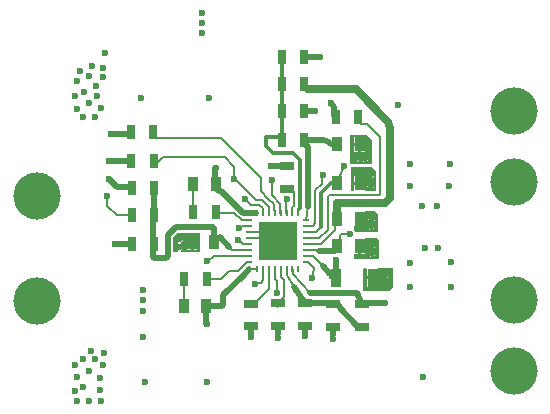
<source format=gbl>
G04*
G04 #@! TF.GenerationSoftware,Altium Limited,Altium Designer,23.3.1 (30)*
G04*
G04 Layer_Physical_Order=6*
G04 Layer_Color=16711680*
%FSLAX44Y44*%
%MOMM*%
G71*
G04*
G04 #@! TF.SameCoordinates,8D2347DA-786F-44A1-B396-5F802EE38B7C*
G04*
G04*
G04 #@! TF.FilePolarity,Positive*
G04*
G01*
G75*
%ADD10C,0.2000*%
%ADD22C,0.5000*%
%ADD23C,4.0000*%
%ADD24C,0.6000*%
%ADD30C,0.2000*%
%ADD31R,0.9000X1.6000*%
%ADD32R,3.3000X3.3000*%
%ADD33R,0.6000X0.2300*%
%ADD34R,0.2300X0.6000*%
%ADD35R,1.3000X0.7000*%
%ADD36R,0.7000X1.3000*%
%ADD37R,0.9000X1.3000*%
%ADD38C,0.3500*%
%ADD39C,0.7000*%
G36*
X330000Y336000D02*
Y315000D01*
X311000D01*
Y340000D01*
X326000D01*
X330000Y336000D01*
D02*
G37*
G36*
X333000Y309000D02*
Y292500D01*
X325270D01*
X324000Y292500D01*
X324000Y293770D01*
Y297730D01*
X315000D01*
X315000Y292500D01*
X313730Y292500D01*
X312000D01*
Y313000D01*
X329000D01*
X333000Y309000D01*
D02*
G37*
G36*
X335000Y272250D02*
Y258000D01*
X315583D01*
X315239Y258832D01*
X314750Y259321D01*
Y261334D01*
X315000Y262500D01*
X318230D01*
Y269000D01*
X319500D01*
Y270270D01*
X324000D01*
Y275250D01*
X332000D01*
X335000Y272250D01*
D02*
G37*
G36*
X184000Y241000D02*
X168251D01*
X167999Y242270D01*
X168449Y242457D01*
X169293Y243301D01*
X169471Y243730D01*
X164029D01*
X164207Y243301D01*
X165051Y242457D01*
X165501Y242270D01*
X165249Y241000D01*
X161750D01*
Y253261D01*
X165489Y257000D01*
X184000D01*
Y241000D01*
D02*
G37*
G36*
X335500Y251250D02*
Y234750D01*
X315000D01*
Y239500D01*
X318230D01*
Y246000D01*
X319500D01*
Y247270D01*
X324000D01*
Y252500D01*
X325270Y252500D01*
X334250D01*
X335500Y251250D01*
D02*
G37*
G36*
X347250Y210500D02*
X344500Y207750D01*
X322250D01*
Y226396D01*
X324000Y226924D01*
X326000Y226044D01*
Y220270D01*
X335000D01*
X335000Y227000D01*
X337000Y227000D01*
X347250D01*
Y210500D01*
D02*
G37*
%LPC*%
G36*
X324000Y338500D02*
X320770D01*
Y333270D01*
X324000D01*
Y338500D01*
D02*
G37*
G36*
X318230D02*
X315000D01*
Y333270D01*
X318230D01*
Y338500D01*
D02*
G37*
G36*
X324000Y330730D02*
X320770D01*
Y325500D01*
X324000D01*
Y330730D01*
D02*
G37*
G36*
X318230D02*
X315000D01*
Y325500D01*
X318230D01*
Y330730D01*
D02*
G37*
G36*
X325270Y322721D02*
Y321270D01*
X326721D01*
X326543Y321699D01*
X325699Y322543D01*
X325270Y322721D01*
D02*
G37*
G36*
X322730D02*
X322301Y322543D01*
X321457Y321699D01*
X321279Y321270D01*
X322730D01*
Y322721D01*
D02*
G37*
G36*
X317270D02*
Y321270D01*
X318721D01*
X318543Y321699D01*
X317699Y322543D01*
X317270Y322721D01*
D02*
G37*
G36*
X314730D02*
X314301Y322543D01*
X313457Y321699D01*
X313279Y321270D01*
X314730D01*
Y322721D01*
D02*
G37*
G36*
X326721Y318730D02*
X325270D01*
Y317279D01*
X325699Y317457D01*
X326543Y318301D01*
X326721Y318730D01*
D02*
G37*
G36*
X322730D02*
X321279D01*
X321457Y318301D01*
X322301Y317457D01*
X322730Y317279D01*
Y318730D01*
D02*
G37*
G36*
X318721D02*
X317270D01*
Y317279D01*
X317699Y317457D01*
X318543Y318301D01*
X318721Y318730D01*
D02*
G37*
G36*
X314730D02*
X313279D01*
X313457Y318301D01*
X314301Y317457D01*
X314730Y317279D01*
Y318730D01*
D02*
G37*
G36*
X329927Y309176D02*
Y307725D01*
X331379D01*
X331201Y308154D01*
X330357Y308998D01*
X329927Y309176D01*
D02*
G37*
G36*
X327388D02*
X326958Y308998D01*
X326114Y308154D01*
X325936Y307725D01*
X327388D01*
Y309176D01*
D02*
G37*
G36*
X331379Y305185D02*
X329927D01*
Y303734D01*
X330357Y303912D01*
X331201Y304756D01*
X331379Y305185D01*
D02*
G37*
G36*
X327388D02*
X325936D01*
X326114Y304756D01*
X326958Y303912D01*
X327388Y303734D01*
Y305185D01*
D02*
G37*
G36*
X324000Y305500D02*
X320770D01*
Y300270D01*
X324000D01*
Y305500D01*
D02*
G37*
G36*
X318230D02*
X315000D01*
Y300270D01*
X318230D01*
Y305500D01*
D02*
G37*
G36*
X329893Y300361D02*
Y298910D01*
X331345D01*
X331167Y299339D01*
X330323Y300183D01*
X329893Y300361D01*
D02*
G37*
G36*
X327354D02*
X326924Y300183D01*
X326080Y299339D01*
X325902Y298910D01*
X327354D01*
Y300361D01*
D02*
G37*
G36*
X331345Y296370D02*
X329893D01*
Y294919D01*
X330323Y295097D01*
X331167Y295941D01*
X331345Y296370D01*
D02*
G37*
G36*
X327354D02*
X325902D01*
X326080Y295941D01*
X326924Y295097D01*
X327354Y294919D01*
Y296370D01*
D02*
G37*
G36*
X330770Y272721D02*
Y271270D01*
X332221D01*
X332043Y271699D01*
X331199Y272543D01*
X330770Y272721D01*
D02*
G37*
G36*
X328230D02*
X327801Y272543D01*
X326957Y271699D01*
X326779Y271270D01*
X328230D01*
Y272721D01*
D02*
G37*
G36*
X332221Y268730D02*
X330770D01*
Y267279D01*
X331199Y267457D01*
X332043Y268301D01*
X332221Y268730D01*
D02*
G37*
G36*
X328230D02*
X326779D01*
X326957Y268301D01*
X327801Y267457D01*
X328230Y267279D01*
Y268730D01*
D02*
G37*
G36*
X330520Y265221D02*
Y263770D01*
X331971D01*
X331793Y264199D01*
X330949Y265043D01*
X330520Y265221D01*
D02*
G37*
G36*
X327980D02*
X327551Y265043D01*
X326707Y264199D01*
X326529Y263770D01*
X327980D01*
Y265221D01*
D02*
G37*
G36*
X324000Y267730D02*
X320770D01*
Y262500D01*
X324000D01*
Y267730D01*
D02*
G37*
G36*
X331971Y261230D02*
X330520D01*
Y259779D01*
X330949Y259957D01*
X331793Y260801D01*
X331971Y261230D01*
D02*
G37*
G36*
X327980D02*
X326529D01*
X326707Y260801D01*
X327551Y259957D01*
X327980Y259779D01*
Y261230D01*
D02*
G37*
G36*
X168020Y254721D02*
Y253270D01*
X169471D01*
X169293Y253699D01*
X168449Y254543D01*
X168020Y254721D01*
D02*
G37*
G36*
X165480D02*
X165051Y254543D01*
X164207Y253699D01*
X164029Y253270D01*
X165480D01*
Y254721D01*
D02*
G37*
G36*
X182000Y255500D02*
X178770D01*
Y250270D01*
X182000D01*
Y255500D01*
D02*
G37*
G36*
X176230D02*
X173000D01*
Y250270D01*
X176230D01*
Y255500D01*
D02*
G37*
G36*
X169471Y250730D02*
X164029D01*
X164207Y250301D01*
X165051Y249457D01*
X165735Y249173D01*
Y247827D01*
X165051Y247543D01*
X164207Y246699D01*
X164029Y246270D01*
X169471D01*
X169293Y246699D01*
X168449Y247543D01*
X167765Y247827D01*
Y249173D01*
X168449Y249457D01*
X169293Y250301D01*
X169471Y250730D01*
D02*
G37*
G36*
X182000Y247730D02*
X178770D01*
Y242500D01*
X182000D01*
Y247730D01*
D02*
G37*
G36*
X176230D02*
X173000D01*
Y242500D01*
X176230D01*
Y247730D01*
D02*
G37*
G36*
X331270Y249721D02*
Y248270D01*
X332721D01*
X332543Y248699D01*
X331699Y249543D01*
X331270Y249721D01*
D02*
G37*
G36*
X328730D02*
X328301Y249543D01*
X327457Y248699D01*
X327279Y248270D01*
X328730D01*
Y249721D01*
D02*
G37*
G36*
X332721Y245730D02*
X331270D01*
Y244279D01*
X331699Y244457D01*
X332543Y245301D01*
X332721Y245730D01*
D02*
G37*
G36*
X328730D02*
X327279D01*
X327457Y245301D01*
X328301Y244457D01*
X328730Y244279D01*
Y245730D01*
D02*
G37*
G36*
X331409Y242358D02*
Y240907D01*
X332860D01*
X332683Y241336D01*
X331839Y242180D01*
X331409Y242358D01*
D02*
G37*
G36*
X328869D02*
X328440Y242180D01*
X327596Y241336D01*
X327418Y240907D01*
X328869D01*
Y242358D01*
D02*
G37*
G36*
X324000Y244730D02*
X320770D01*
Y239500D01*
X324000D01*
Y244730D01*
D02*
G37*
G36*
X332860Y238367D02*
X331409D01*
Y236916D01*
X331839Y237094D01*
X332683Y237938D01*
X332860Y238367D01*
D02*
G37*
G36*
X328869D02*
X327418D01*
X327596Y237938D01*
X328440Y237094D01*
X328869Y236916D01*
Y238367D01*
D02*
G37*
G36*
X342520Y223971D02*
Y222520D01*
X343971D01*
X343793Y222949D01*
X342949Y223793D01*
X342520Y223971D01*
D02*
G37*
G36*
X339980D02*
X339551Y223793D01*
X338707Y222949D01*
X338529Y222520D01*
X339980D01*
Y223971D01*
D02*
G37*
G36*
X343971Y219980D02*
X342520D01*
Y218529D01*
X342949Y218707D01*
X343793Y219551D01*
X343971Y219980D01*
D02*
G37*
G36*
X339980D02*
X338529D01*
X338707Y219551D01*
X339551Y218707D01*
X339980Y218529D01*
Y219980D01*
D02*
G37*
G36*
X335000Y217730D02*
X331770D01*
Y211000D01*
X335000D01*
Y217730D01*
D02*
G37*
G36*
X329230D02*
X326000D01*
Y211000D01*
X329230D01*
Y217730D01*
D02*
G37*
%LPD*%
D10*
X203252Y336414D02*
X203251Y336414D01*
X279500Y262500D02*
X282000Y265000D01*
Y293000D02*
X287757Y298757D01*
X282000Y265000D02*
Y293000D01*
X287757Y298757D02*
Y305757D01*
X274000Y267500D02*
X276000Y278500D01*
X303000Y248500D02*
Y254828D01*
X304172Y256000D02*
X311000D01*
X303000Y254828D02*
X304172Y256000D01*
X272500Y380000D02*
Y383000D01*
X245000Y289000D02*
X252350Y281650D01*
X105500Y280067D02*
X113817Y271750D01*
X105500Y280067D02*
Y288500D01*
X113817Y271750D02*
X126250D01*
X274000Y237500D02*
X279500D01*
X288172Y228828D01*
X274000Y242500D02*
X284500D01*
X285000Y242000D01*
X274000Y262500D02*
X279500D01*
X287757Y305757D02*
X288000Y306000D01*
X282650Y257650D02*
X287000Y262000D01*
X286500Y247500D02*
X298672Y259672D01*
X274000Y247500D02*
X286500D01*
X298672Y259672D02*
Y267172D01*
X274150Y252350D02*
X284751D01*
X293000Y259729D02*
Y287828D01*
X284751Y252350D02*
X285319Y252853D01*
X292414Y259144D02*
X293000Y259729D01*
X285319Y252853D02*
X292372Y259101D01*
X292414Y259144D01*
X293000Y287828D02*
X294172Y289000D01*
X335828D01*
X274150Y257650D02*
X282650D01*
X274000Y257500D02*
X274150Y257650D01*
X325328Y349500D02*
X336414Y338414D01*
X337000Y290172D02*
Y337828D01*
X336414Y338414D02*
X337000Y337828D01*
X335828Y289000D02*
X337000Y290172D01*
X298672Y267172D02*
X300500Y269000D01*
X272500Y333000D02*
Y336000D01*
X295328Y332172D02*
X295500Y332000D01*
X320500Y349500D02*
X325328D01*
X318000Y352000D02*
Y355000D01*
Y352000D02*
X320500Y349500D01*
X247500Y252500D02*
X250000Y250000D01*
X242500Y257500D02*
X247500Y252500D01*
X239000Y261000D02*
X242500Y257500D01*
X226000D02*
X242500D01*
X300000Y299500D02*
X306000Y314000D01*
X211500Y242500D02*
X226000D01*
X209000Y245000D02*
X211500Y242500D01*
X144500Y265000D02*
Y272000D01*
X196500Y249000D02*
X200750Y253250D01*
X196000Y237000D02*
X225850Y237350D01*
X226000Y237500D01*
X191082Y233000D02*
X196000Y237000D01*
X216657Y225000D02*
X224000Y232343D01*
X202000Y218000D02*
X209000Y225000D01*
X216657D01*
X190000Y218000D02*
X202000D01*
X224150Y232500D02*
X226000D01*
X224000Y232350D02*
X224150Y232500D01*
X224000Y232343D02*
Y232350D01*
X190000Y233000D02*
X191082D01*
X272500Y383000D02*
X273500Y382000D01*
X272500Y380000D02*
X275000Y377500D01*
X227000Y197000D02*
X230000D01*
X242500Y209500D02*
Y226000D01*
X230000Y197000D02*
X242500Y209500D01*
X274000Y252500D02*
X274150Y252350D01*
X257500Y221500D02*
X264000Y211000D01*
X257500Y221500D02*
Y226000D01*
X231000Y214000D02*
X231765Y214765D01*
X235523D02*
X237828Y217071D01*
Y222936D01*
X231765Y214765D02*
X235523D01*
X225850Y242350D02*
X226000Y242500D01*
X216000Y251000D02*
X217000D01*
X220500Y247500D01*
X226000D01*
X218082Y261000D02*
X219582Y262500D01*
X217000Y261000D02*
X218082D01*
X219582Y262500D02*
X226000D01*
X279765Y219765D02*
Y224115D01*
X279000Y219000D02*
X279765Y219765D01*
Y224115D02*
X281000Y225350D01*
Y227350D01*
X276000Y232350D02*
X281000Y227350D01*
X274150Y232350D02*
X276000D01*
X262500Y226000D02*
X262650Y225850D01*
Y222350D02*
Y225850D01*
Y222350D02*
X277000Y206000D01*
X252500Y219500D02*
X255000Y217000D01*
Y203000D02*
Y217000D01*
X252500Y219500D02*
Y226000D01*
X249235Y206235D02*
Y216265D01*
X249000Y206000D02*
X249235Y206235D01*
X247500Y218000D02*
X249235Y216265D01*
X247500Y218000D02*
Y226000D01*
X294500Y219000D02*
Y222500D01*
X213142Y274000D02*
X219492Y267650D01*
X225850D01*
X198500Y274000D02*
X213142D01*
X225850Y267650D02*
X226000Y267500D01*
X145500Y295000D02*
X145500Y295000D01*
X144500Y313000D02*
X152500Y321000D01*
X226000Y252500D02*
X247500D01*
X250000Y178000D02*
X250250Y178250D01*
X250000Y197500D02*
X255000Y203000D01*
X249000Y195500D02*
X250000Y194500D01*
X226000Y226000D02*
X232500D01*
X237650Y223114D02*
X237828Y222936D01*
X237650Y223114D02*
Y225850D01*
X321750Y197250D02*
X322500Y198000D01*
X246797Y276553D02*
Y281203D01*
X242000Y286000D02*
X246797Y281203D01*
Y276553D02*
X247500Y275850D01*
Y274000D02*
Y275850D01*
X252350Y274150D02*
Y281650D01*
X264000Y280043D02*
Y292000D01*
X262500Y274000D02*
Y278543D01*
X264000Y280043D01*
X259000Y294500D02*
X261500D01*
X264000Y292000D01*
X257350Y274150D02*
Y283650D01*
Y274150D02*
X257500Y274000D01*
X252350Y274150D02*
X252500Y274000D01*
X245000Y289000D02*
Y302000D01*
X236000Y292511D02*
Y303666D01*
X203252Y336414D02*
X236000Y303666D01*
X143500Y337000D02*
X202666D01*
X236000Y292511D02*
X242000Y286000D01*
X202666Y337000D02*
X203251Y336414D01*
X232000Y285000D02*
X236500D01*
X242500Y274000D02*
Y279000D01*
X236500Y285000D02*
X242500Y279000D01*
X205000Y321000D02*
X213000Y313000D01*
Y303000D02*
Y313000D01*
X214000Y303000D02*
X232000Y285000D01*
X213000Y303000D02*
X214000D01*
X222000Y286000D02*
X222082D01*
X227082Y281000D01*
X234000D01*
X237350Y277650D01*
Y274150D02*
X237500Y274000D01*
X237350Y274150D02*
Y277650D01*
X297000Y177000D02*
X297250Y177250D01*
X272500Y360000D02*
X272500Y360000D01*
X152500Y321000D02*
X205000D01*
X253500Y406000D02*
X253500Y406000D01*
X251500Y338000D02*
X253500Y336000D01*
X274000Y242500D02*
X274150Y242650D01*
X170500Y195000D02*
X171000Y195500D01*
Y218000D01*
X195328Y262000D02*
X196500Y260828D01*
X177500Y298000D02*
X178500Y297000D01*
Y275000D02*
Y297000D01*
X197500Y275000D02*
X198500Y274000D01*
D22*
X295328Y332172D02*
G03*
X286086Y336000I-9243J-9243D01*
G01*
X227000Y169250D02*
Y178000D01*
X189500Y195000D02*
X189625Y194875D01*
Y179625D02*
X189750Y179500D01*
X189625Y179625D02*
Y194875D01*
X299500Y222500D02*
Y231500D01*
X247000Y314000D02*
X255500D01*
X276000Y278500D02*
Y329500D01*
X272500Y333000D02*
X276000Y329500D01*
X295000Y366729D02*
Y367000D01*
X298000Y356000D02*
Y363729D01*
Y356000D02*
X299000Y355000D01*
X295000Y366729D02*
X298000Y363729D01*
X272500Y406000D02*
X286000D01*
X107000Y303000D02*
X114000Y296000D01*
X125500D01*
X298500Y242000D02*
X300500Y244000D01*
X285000Y242000D02*
X298500D01*
X300500Y244000D02*
Y246000D01*
X272500Y336000D02*
X286086D01*
X109000Y341000D02*
X124500D01*
X125500Y342000D01*
X200750Y253250D02*
X209000Y245000D01*
X144500Y237172D02*
Y265000D01*
X264000Y211000D02*
X273000Y197500D01*
X270000D02*
X273000D01*
X299000D01*
X297250Y170250D02*
Y177250D01*
X299000Y197500D02*
X302500Y194000D01*
X318000Y177500D02*
X321000D01*
X302500Y193000D02*
X318000Y177500D01*
X302500Y193000D02*
Y194000D01*
X277000Y206000D02*
X317000D01*
X288172Y228828D02*
X294500Y222500D01*
X145500Y272000D02*
Y295000D01*
X250000Y171000D02*
Y178000D01*
X221294Y221294D02*
X226000Y226000D01*
X204000Y204000D02*
X221294Y221294D01*
X221294D01*
X317000Y206000D02*
X321000Y196500D01*
X273000Y170000D02*
Y178500D01*
X196500Y296129D02*
Y298000D01*
X221000Y274000D02*
X231500D01*
X202371Y292629D02*
X221000Y274000D01*
X196500Y296129D02*
X200000Y292629D01*
X202371D01*
X322500Y198000D02*
X341000D01*
X145672Y236000D02*
X155828D01*
X157000Y237172D02*
Y255000D01*
X155828Y236000D02*
X157000Y237172D01*
X144500D02*
X145672Y236000D01*
X272500Y360000D02*
X282000D01*
X107500Y318000D02*
X126000D01*
X196500Y298000D02*
X197000Y298500D01*
Y312000D01*
X112000Y248000D02*
X126500D01*
X189500Y195000D02*
X202828D01*
X204000Y196172D02*
Y204000D01*
X202828Y195000D02*
X204000Y196172D01*
X164000Y262000D02*
X195328D01*
X196500Y249000D02*
Y260828D01*
X157000Y255000D02*
X164000Y262000D01*
D23*
X46000Y288000D02*
D03*
X450000Y200000D02*
D03*
Y140000D02*
D03*
Y300000D02*
D03*
Y360000D02*
D03*
X46000Y199000D02*
D03*
D24*
X227000Y169250D02*
D03*
X189750Y179500D02*
D03*
X341500Y213000D02*
D03*
X341250Y221250D02*
D03*
X330139Y239637D02*
D03*
X330000Y247000D02*
D03*
X329500Y270000D02*
D03*
X328624Y297640D02*
D03*
X328657Y306455D02*
D03*
X104000Y409000D02*
D03*
X103000Y155000D02*
D03*
X102000Y145000D02*
D03*
X92000Y157000D02*
D03*
X102027Y388917D02*
D03*
X83000Y394000D02*
D03*
X102000Y397000D02*
D03*
X96189Y381212D02*
D03*
X86000Y376000D02*
D03*
X97159Y372725D02*
D03*
X258000Y286000D02*
D03*
X311000Y256000D02*
D03*
X329250Y262500D02*
D03*
X198000Y312000D02*
D03*
X80000Y135000D02*
D03*
X90190Y140212D02*
D03*
X85190Y150212D02*
D03*
X95190D02*
D03*
X80000Y115000D02*
D03*
X90000D02*
D03*
X100000D02*
D03*
X99159Y123725D02*
D03*
Y133725D02*
D03*
X78000Y123000D02*
D03*
X84980Y126873D02*
D03*
X78000Y145000D02*
D03*
Y373000D02*
D03*
X80190Y385212D02*
D03*
X89980Y366873D02*
D03*
X79980Y361873D02*
D03*
X100000Y363000D02*
D03*
X95000Y355000D02*
D03*
X85000D02*
D03*
X90190Y390212D02*
D03*
X166750Y252000D02*
D03*
Y245000D02*
D03*
X316000Y320000D02*
D03*
X324000D02*
D03*
X295000Y367000D02*
D03*
X286000Y406000D02*
D03*
X362000Y211000D02*
D03*
X362059Y231505D02*
D03*
X375000Y244000D02*
D03*
X397000Y211000D02*
D03*
Y232000D02*
D03*
X372000Y280000D02*
D03*
X396000Y315000D02*
D03*
X395000Y297000D02*
D03*
X362000D02*
D03*
Y315000D02*
D03*
X136000Y191000D02*
D03*
Y209000D02*
D03*
X186000Y426000D02*
D03*
Y435000D02*
D03*
Y443000D02*
D03*
X299000Y234000D02*
D03*
X105500Y288500D02*
D03*
X107000Y303000D02*
D03*
X288000Y306000D02*
D03*
X260000Y261000D02*
D03*
Y239000D02*
D03*
X238000D02*
D03*
X239000Y261000D02*
D03*
X306000Y314000D02*
D03*
X373000Y135000D02*
D03*
X136280Y200000D02*
D03*
X297250Y167250D02*
D03*
X231000Y214000D02*
D03*
X190000Y233000D02*
D03*
X216000Y251000D02*
D03*
X134565Y370950D02*
D03*
X217000Y261000D02*
D03*
X279000Y219000D02*
D03*
X249000Y206000D02*
D03*
X138000Y131000D02*
D03*
X244000Y314000D02*
D03*
X250000Y168000D02*
D03*
X190000Y131000D02*
D03*
X273000Y170000D02*
D03*
X192000Y371000D02*
D03*
X245000Y302000D02*
D03*
X213000Y303000D02*
D03*
X222000Y286000D02*
D03*
X341000Y198000D02*
D03*
X136000Y169000D02*
D03*
X112000Y248000D02*
D03*
X109000Y341000D02*
D03*
X352000Y365000D02*
D03*
X385000Y280000D02*
D03*
X386000Y244000D02*
D03*
X93000Y398000D02*
D03*
X282000Y360000D02*
D03*
X107500Y318000D02*
D03*
D30*
X292414Y259144D02*
D03*
D31*
X299500Y219000D02*
D03*
X330500D02*
D03*
D32*
X250000Y250000D02*
D03*
D33*
X274000Y267500D02*
D03*
Y262500D02*
D03*
Y257500D02*
D03*
Y252500D02*
D03*
Y247500D02*
D03*
Y242500D02*
D03*
Y237500D02*
D03*
Y232500D02*
D03*
X226000D02*
D03*
Y237500D02*
D03*
Y242500D02*
D03*
Y247500D02*
D03*
Y252500D02*
D03*
Y257500D02*
D03*
Y262500D02*
D03*
Y267500D02*
D03*
D34*
X267500Y226000D02*
D03*
X262500D02*
D03*
X257500D02*
D03*
X252500D02*
D03*
X247500D02*
D03*
X242500D02*
D03*
X237500D02*
D03*
X232500D02*
D03*
Y274000D02*
D03*
X237500D02*
D03*
X242500D02*
D03*
X247500D02*
D03*
X252500D02*
D03*
X257500D02*
D03*
X262500D02*
D03*
X267500D02*
D03*
D35*
X258000Y313500D02*
D03*
Y294500D02*
D03*
X227000Y197000D02*
D03*
Y178000D02*
D03*
X250000Y178500D02*
D03*
Y197500D02*
D03*
X273000Y178500D02*
D03*
Y197500D02*
D03*
X297000Y196500D02*
D03*
Y177500D02*
D03*
X321000Y196500D02*
D03*
Y177500D02*
D03*
D36*
X318000Y355000D02*
D03*
X299000D02*
D03*
X253500Y336000D02*
D03*
X272500D02*
D03*
X253500Y360000D02*
D03*
X272500D02*
D03*
Y383000D02*
D03*
X253500D02*
D03*
X253500Y406000D02*
D03*
X272500D02*
D03*
X171000Y218000D02*
D03*
X190000D02*
D03*
X178500Y275000D02*
D03*
X197500D02*
D03*
X126500Y295000D02*
D03*
X145500D02*
D03*
X145000Y318000D02*
D03*
X126000D02*
D03*
X144500Y342000D02*
D03*
X125500D02*
D03*
X126500Y248000D02*
D03*
X145500D02*
D03*
X145500Y272000D02*
D03*
X126500D02*
D03*
D37*
X300500Y332000D02*
D03*
X319500D02*
D03*
X300500Y299000D02*
D03*
X319500D02*
D03*
X300500Y269000D02*
D03*
X319500D02*
D03*
Y246000D02*
D03*
X300500D02*
D03*
X196500Y249000D02*
D03*
X177500D02*
D03*
X189500Y195000D02*
D03*
X170500D02*
D03*
X178500Y298000D02*
D03*
X197500D02*
D03*
D38*
X268100Y277000D02*
X269000Y277900D01*
X263000Y325000D02*
X269000Y319000D01*
Y277900D02*
Y319000D01*
X246000Y325000D02*
X263000D01*
X287000Y262000D02*
Y290500D01*
X295500Y299000D01*
X240172Y330828D02*
X246000Y325000D01*
X240172Y330828D02*
Y338000D01*
X253500Y383000D02*
Y406000D01*
Y360000D02*
Y383000D01*
Y336000D02*
Y360000D01*
X240172Y338000D02*
X251500D01*
D39*
X315986Y378500D02*
X342997Y350964D01*
X300600Y282000D02*
X340900D01*
X345000Y286101D01*
Y346062D01*
X342997Y350964D02*
X345000Y346062D01*
X300500Y269000D02*
X300600Y282000D01*
X275486Y378500D02*
X315986D01*
M02*

</source>
